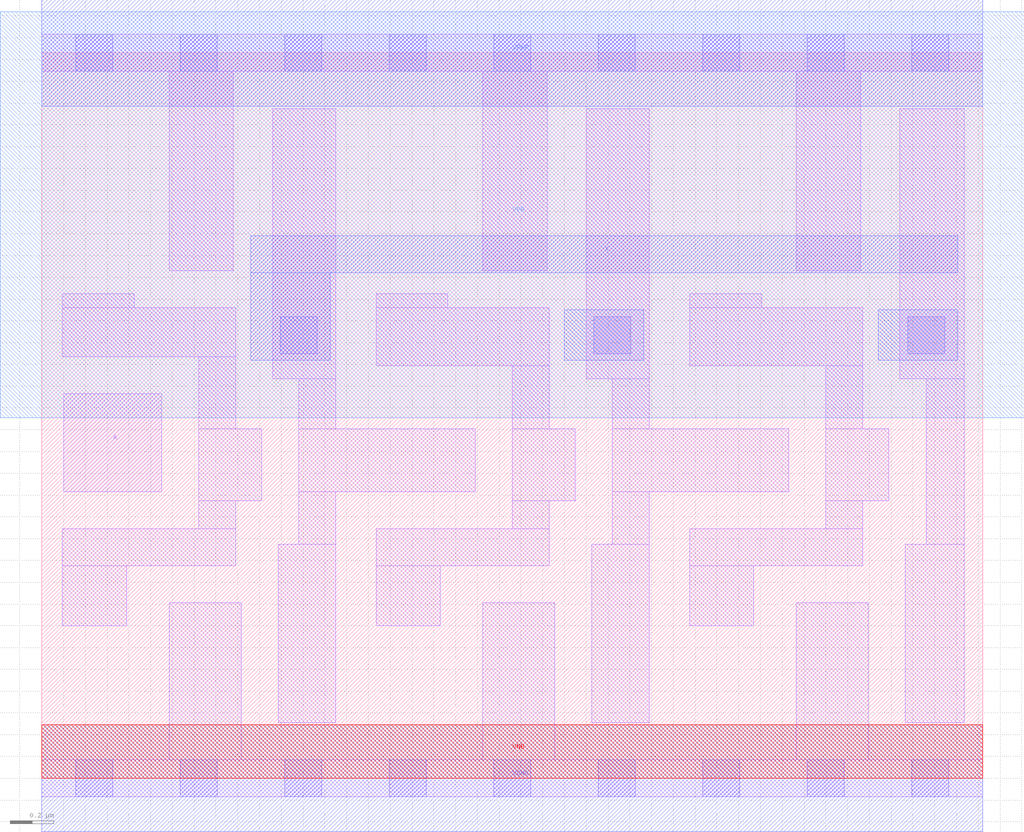
<source format=lef>
# Copyright 2020 The SkyWater PDK Authors
#
# Licensed under the Apache License, Version 2.0 (the "License");
# you may not use this file except in compliance with the License.
# You may obtain a copy of the License at
#
#     https://www.apache.org/licenses/LICENSE-2.0
#
# Unless required by applicable law or agreed to in writing, software
# distributed under the License is distributed on an "AS IS" BASIS,
# WITHOUT WARRANTIES OR CONDITIONS OF ANY KIND, either express or implied.
# See the License for the specific language governing permissions and
# limitations under the License.
#
# SPDX-License-Identifier: Apache-2.0

VERSION 5.7 ;
  NOWIREEXTENSIONATPIN ON ;
  DIVIDERCHAR "/" ;
  BUSBITCHARS "[]" ;
MACRO sky130_fd_sc_lp__dlymetal6s2s_1
  CLASS CORE ;
  FOREIGN sky130_fd_sc_lp__dlymetal6s2s_1 ;
  ORIGIN  0.000000  0.000000 ;
  SIZE  4.320000 BY  3.330000 ;
  SYMMETRY X Y R90 ;
  SITE unit ;
  PIN A
    ANTENNAGATEAREA  0.126000 ;
    DIRECTION INPUT ;
    USE SIGNAL ;
    PORT
      LAYER li1 ;
        RECT 0.100000 1.315000 0.550000 1.765000 ;
    END
  END A
  PIN X
    ANTENNADIFFAREA  0.556500 ;
    ANTENNAGATEAREA  0.126000 ;
    DIRECTION OUTPUT ;
    USE SIGNAL ;
    PORT
      LAYER met1 ;
        RECT 0.960000 1.920000 1.325000 2.320000 ;
        RECT 0.960000 2.320000 4.205000 2.490000 ;
    END
  END X
  PIN VGND
    DIRECTION INOUT ;
    USE GROUND ;
    PORT
      LAYER met1 ;
        RECT 0.000000 -0.245000 4.320000 0.245000 ;
    END
  END VGND
  PIN VNB
    DIRECTION INOUT ;
    USE GROUND ;
    PORT
      LAYER pwell ;
        RECT 0.000000 0.000000 4.320000 0.245000 ;
    END
  END VNB
  PIN VPB
    DIRECTION INOUT ;
    USE POWER ;
    PORT
      LAYER nwell ;
        RECT -0.190000 1.655000 4.510000 3.520000 ;
    END
  END VPB
  PIN VPWR
    DIRECTION INOUT ;
    USE POWER ;
    PORT
      LAYER met1 ;
        RECT 0.000000 3.085000 4.320000 3.575000 ;
    END
  END VPWR
  OBS
    LAYER li1 ;
      RECT 0.000000 -0.085000 4.320000 0.085000 ;
      RECT 0.000000  3.245000 4.320000 3.415000 ;
      RECT 0.095000  0.700000 0.390000 0.975000 ;
      RECT 0.095000  0.975000 0.890000 1.145000 ;
      RECT 0.095000  1.935000 0.890000 2.160000 ;
      RECT 0.095000  2.160000 0.425000 2.225000 ;
      RECT 0.585000  0.085000 0.915000 0.805000 ;
      RECT 0.585000  2.330000 0.880000 3.245000 ;
      RECT 0.720000  1.145000 0.890000 1.275000 ;
      RECT 0.720000  1.275000 1.010000 1.605000 ;
      RECT 0.720000  1.605000 0.890000 1.935000 ;
      RECT 1.060000  1.835000 1.350000 3.075000 ;
      RECT 1.085000  0.255000 1.350000 1.075000 ;
      RECT 1.180000  1.075000 1.350000 1.315000 ;
      RECT 1.180000  1.315000 1.990000 1.605000 ;
      RECT 1.180000  1.605000 1.350000 1.835000 ;
      RECT 1.535000  0.700000 1.830000 0.975000 ;
      RECT 1.535000  0.975000 2.330000 1.145000 ;
      RECT 1.535000  1.895000 2.330000 2.160000 ;
      RECT 1.535000  2.160000 1.865000 2.225000 ;
      RECT 2.025000  0.085000 2.355000 0.805000 ;
      RECT 2.025000  2.330000 2.320000 3.245000 ;
      RECT 2.160000  1.145000 2.330000 1.275000 ;
      RECT 2.160000  1.275000 2.450000 1.605000 ;
      RECT 2.160000  1.605000 2.330000 1.895000 ;
      RECT 2.500000  1.835000 2.790000 3.075000 ;
      RECT 2.525000  0.255000 2.790000 1.075000 ;
      RECT 2.620000  1.075000 2.790000 1.315000 ;
      RECT 2.620000  1.315000 3.430000 1.605000 ;
      RECT 2.620000  1.605000 2.790000 1.835000 ;
      RECT 2.975000  0.700000 3.270000 0.975000 ;
      RECT 2.975000  0.975000 3.770000 1.145000 ;
      RECT 2.975000  1.895000 3.770000 2.160000 ;
      RECT 2.975000  2.160000 3.305000 2.225000 ;
      RECT 3.465000  0.085000 3.795000 0.805000 ;
      RECT 3.465000  2.330000 3.760000 3.245000 ;
      RECT 3.600000  1.145000 3.770000 1.275000 ;
      RECT 3.600000  1.275000 3.890000 1.605000 ;
      RECT 3.600000  1.605000 3.770000 1.895000 ;
      RECT 3.940000  1.835000 4.235000 3.075000 ;
      RECT 3.965000  0.255000 4.235000 1.075000 ;
      RECT 4.060000  1.075000 4.235000 1.835000 ;
    LAYER mcon ;
      RECT 0.155000 -0.085000 0.325000 0.085000 ;
      RECT 0.155000  3.245000 0.325000 3.415000 ;
      RECT 0.635000 -0.085000 0.805000 0.085000 ;
      RECT 0.635000  3.245000 0.805000 3.415000 ;
      RECT 1.095000  1.950000 1.265000 2.120000 ;
      RECT 1.115000 -0.085000 1.285000 0.085000 ;
      RECT 1.115000  3.245000 1.285000 3.415000 ;
      RECT 1.595000 -0.085000 1.765000 0.085000 ;
      RECT 1.595000  3.245000 1.765000 3.415000 ;
      RECT 2.075000 -0.085000 2.245000 0.085000 ;
      RECT 2.075000  3.245000 2.245000 3.415000 ;
      RECT 2.535000  1.950000 2.705000 2.120000 ;
      RECT 2.555000 -0.085000 2.725000 0.085000 ;
      RECT 2.555000  3.245000 2.725000 3.415000 ;
      RECT 3.035000 -0.085000 3.205000 0.085000 ;
      RECT 3.035000  3.245000 3.205000 3.415000 ;
      RECT 3.515000 -0.085000 3.685000 0.085000 ;
      RECT 3.515000  3.245000 3.685000 3.415000 ;
      RECT 3.975000  1.950000 4.145000 2.120000 ;
      RECT 3.995000 -0.085000 4.165000 0.085000 ;
      RECT 3.995000  3.245000 4.165000 3.415000 ;
    LAYER met1 ;
      RECT 2.400000 1.920000 2.765000 2.150000 ;
      RECT 3.840000 1.920000 4.205000 2.150000 ;
  END
END sky130_fd_sc_lp__dlymetal6s2s_1
END LIBRARY

</source>
